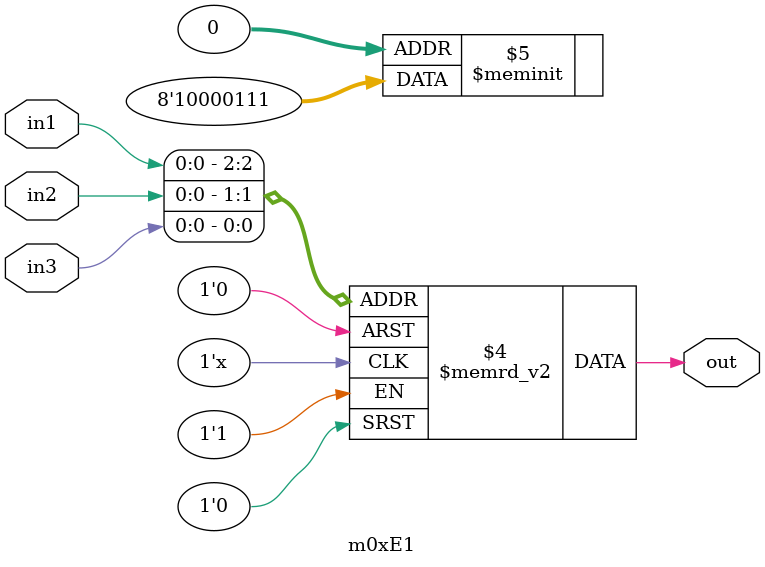
<source format=v>
module m0xE1(output out, input in1, in2, in3);

   always @(in1, in2, in3)
     begin
        case({in1, in2, in3})
          3'b000: {out} = 1'b1;
          3'b001: {out} = 1'b1;
          3'b010: {out} = 1'b1;
          3'b011: {out} = 1'b0;
          3'b100: {out} = 1'b0;
          3'b101: {out} = 1'b0;
          3'b110: {out} = 1'b0;
          3'b111: {out} = 1'b1;
        endcase // case ({in1, in2, in3})
     end // always @ (in1, in2, in3)

endmodule // m0xE1
</source>
